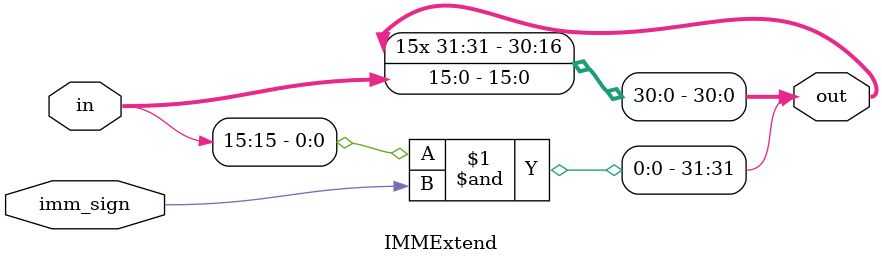
<source format=sv>
`timescale 1ps / 1ps

`include "my_lib.sv"

module IMMExtend
#(
    parameter LEN_BEFOR = 16,
    parameter LEN_AFTER = 32
    )
(
    input wire [(LEN_BEFOR-1):0] in,
    input wire imm_sign,
    output wire [(LEN_AFTER-1):0] out
    );
    assign out = {{(LEN_AFTER - LEN_BEFOR){ in[LEN_BEFOR-1] & imm_sign }}, in};
endmodule

</source>
